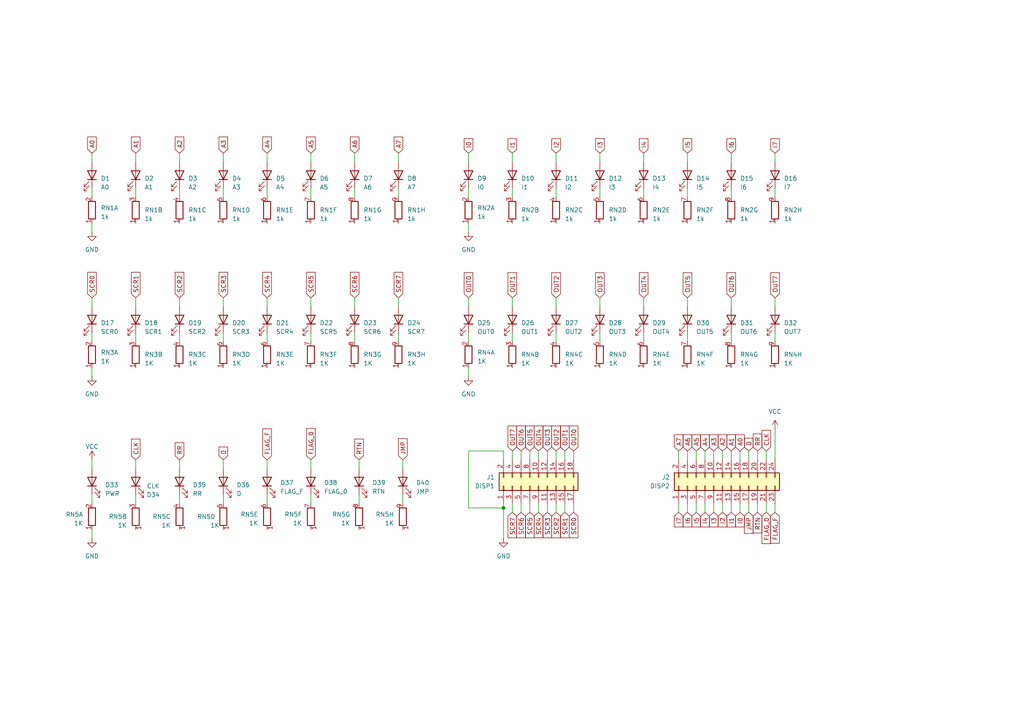
<source format=kicad_sch>
(kicad_sch (version 20231120) (generator "eeschema") (generator_version "8.0")
  (paper "A4")
  (lib_symbols
    (symbol "Connector_Generic:Conn_02x09_Odd_Even" (pin_names (offset 1.016) hide)
      (property "Reference" "J" (at 1.27 12.7 0))
      (property "Value" "Conn_02x09_Odd_Even" (at 1.27 -12.7 0))
      (symbol "Conn_02x09_Odd_Even_1_1"
        (rectangle (start -1.27 -10.033) (end 0 -10.287) (stroke (width 0.1524)))
        (rectangle (start -1.27 -7.493) (end 0 -7.747) (stroke (width 0.1524)))
        (rectangle (start -1.27 -4.953) (end 0 -5.207) (stroke (width 0.1524)))
        (rectangle (start -1.27 -2.413) (end 0 -2.667) (stroke (width 0.1524)))
        (rectangle (start -1.27 0.127) (end 0 -0.127) (stroke (width 0.1524)))
        (rectangle (start -1.27 2.667) (end 0 2.413) (stroke (width 0.1524)))
        (rectangle (start -1.27 5.207) (end 0 4.953) (stroke (width 0.1524)))
        (rectangle (start -1.27 7.747) (end 0 7.493) (stroke (width 0.1524)))
        (rectangle (start -1.27 10.287) (end 0 10.033) (stroke (width 0.1524)))
        (rectangle (start -1.27 11.43) (end 3.81 -11.43) (stroke (width 0.254)) (fill (type background)))
        (rectangle (start 3.81 -10.033) (end 2.54 -10.287) (stroke (width 0.1524)))
        (rectangle (start 3.81 -7.493) (end 2.54 -7.747) (stroke (width 0.1524)))
        (rectangle (start 3.81 -4.953) (end 2.54 -5.207) (stroke (width 0.1524)))
        (rectangle (start 3.81 -2.413) (end 2.54 -2.667) (stroke (width 0.1524)))
        (rectangle (start 3.81 0.127) (end 2.54 -0.127) (stroke (width 0.1524)))
        (rectangle (start 3.81 2.667) (end 2.54 2.413) (stroke (width 0.1524)))
        (rectangle (start 3.81 5.207) (end 2.54 4.953) (stroke (width 0.1524)))
        (rectangle (start 3.81 7.747) (end 2.54 7.493) (stroke (width 0.1524)))
        (rectangle (start 3.81 10.287) (end 2.54 10.033) (stroke (width 0.1524)))
        (pin passive line (at -5.08 10.16 0) (length 3.81) (name "Pin_1") (number "1"))
        (pin passive line (at 7.62 0 180) (length 3.81) (name "Pin_10") (number "10"))
        (pin passive line (at -5.08 -2.54 0) (length 3.81) (name "Pin_11") (number "11"))
        (pin passive line (at 7.62 -2.54 180) (length 3.81) (name "Pin_12") (number "12"))
        (pin passive line (at -5.08 -5.08 0) (length 3.81) (name "Pin_13") (number "13"))
        (pin passive line (at 7.62 -5.08 180) (length 3.81) (name "Pin_14") (number "14"))
        (pin passive line (at -5.08 -7.62 0) (length 3.81) (name "Pin_15") (number "15"))
        (pin passive line (at 7.62 -7.62 180) (length 3.81) (name "Pin_16") (number "16"))
        (pin passive line (at -5.08 -10.16 0) (length 3.81) (name "Pin_17") (number "17"))
        (pin passive line (at 7.62 -10.16 180) (length 3.81) (name "Pin_18") (number "18"))
        (pin passive line (at 7.62 10.16 180) (length 3.81) (name "Pin_2") (number "2"))
        (pin passive line (at -5.08 7.62 0) (length 3.81) (name "Pin_3") (number "3"))
        (pin passive line (at 7.62 7.62 180) (length 3.81) (name "Pin_4") (number "4"))
        (pin passive line (at -5.08 5.08 0) (length 3.81) (name "Pin_5") (number "5"))
        (pin passive line (at 7.62 5.08 180) (length 3.81) (name "Pin_6") (number "6"))
        (pin passive line (at -5.08 2.54 0) (length 3.81) (name "Pin_7") (number "7"))
        (pin passive line (at 7.62 2.54 180) (length 3.81) (name "Pin_8") (number "8"))
        (pin passive line (at -5.08 0 0) (length 3.81) (name "Pin_9") (number "9"))
      )
    )
    (symbol "Connector_Generic:Conn_02x12_Odd_Even" (pin_names (offset 1.016) hide)
      (property "Reference" "J" (at 1.27 15.24 0))
      (property "Value" "Conn_02x12_Odd_Even" (at 1.27 -17.78 0))
      (symbol "Conn_02x12_Odd_Even_1_1"
        (rectangle (start -1.27 -15.113) (end 0 -15.367) (stroke (width 0.1524)))
        (rectangle (start -1.27 -12.573) (end 0 -12.827) (stroke (width 0.1524)))
        (rectangle (start -1.27 -10.033) (end 0 -10.287) (stroke (width 0.1524)))
        (rectangle (start -1.27 -7.493) (end 0 -7.747) (stroke (width 0.1524)))
        (rectangle (start -1.27 -4.953) (end 0 -5.207) (stroke (width 0.1524)))
        (rectangle (start -1.27 -2.413) (end 0 -2.667) (stroke (width 0.1524)))
        (rectangle (start -1.27 0.127) (end 0 -0.127) (stroke (width 0.1524)))
        (rectangle (start -1.27 2.667) (end 0 2.413) (stroke (width 0.1524)))
        (rectangle (start -1.27 5.207) (end 0 4.953) (stroke (width 0.1524)))
        (rectangle (start -1.27 7.747) (end 0 7.493) (stroke (width 0.1524)))
        (rectangle (start -1.27 10.287) (end 0 10.033) (stroke (width 0.1524)))
        (rectangle (start -1.27 12.827) (end 0 12.573) (stroke (width 0.1524)))
        (rectangle (start -1.27 13.97) (end 3.81 -16.51) (stroke (width 0.254)) (fill (type background)))
        (rectangle (start 3.81 -15.113) (end 2.54 -15.367) (stroke (width 0.1524)))
        (rectangle (start 3.81 -12.573) (end 2.54 -12.827) (stroke (width 0.1524)))
        (rectangle (start 3.81 -10.033) (end 2.54 -10.287) (stroke (width 0.1524)))
        (rectangle (start 3.81 -7.493) (end 2.54 -7.747) (stroke (width 0.1524)))
        (rectangle (start 3.81 -4.953) (end 2.54 -5.207) (stroke (width 0.1524)))
        (rectangle (start 3.81 -2.413) (end 2.54 -2.667) (stroke (width 0.1524)))
        (rectangle (start 3.81 0.127) (end 2.54 -0.127) (stroke (width 0.1524)))
        (rectangle (start 3.81 2.667) (end 2.54 2.413) (stroke (width 0.1524)))
        (rectangle (start 3.81 5.207) (end 2.54 4.953) (stroke (width 0.1524)))
        (rectangle (start 3.81 7.747) (end 2.54 7.493) (stroke (width 0.1524)))
        (rectangle (start 3.81 10.287) (end 2.54 10.033) (stroke (width 0.1524)))
        (rectangle (start 3.81 12.827) (end 2.54 12.573) (stroke (width 0.1524)))
        (pin passive line (at -5.08 12.7 0) (length 3.81) (name "Pin_1") (number "1"))
        (pin passive line (at 7.62 2.54 180) (length 3.81) (name "Pin_10") (number "10"))
        (pin passive line (at -5.08 0 0) (length 3.81) (name "Pin_11") (number "11"))
        (pin passive line (at 7.62 0 180) (length 3.81) (name "Pin_12") (number "12"))
        (pin passive line (at -5.08 -2.54 0) (length 3.81) (name "Pin_13") (number "13"))
        (pin passive line (at 7.62 -2.54 180) (length 3.81) (name "Pin_14") (number "14"))
        (pin passive line (at -5.08 -5.08 0) (length 3.81) (name "Pin_15") (number "15"))
        (pin passive line (at 7.62 -5.08 180) (length 3.81) (name "Pin_16") (number "16"))
        (pin passive line (at -5.08 -7.62 0) (length 3.81) (name "Pin_17") (number "17"))
        (pin passive line (at 7.62 -7.62 180) (length 3.81) (name "Pin_18") (number "18"))
        (pin passive line (at -5.08 -10.16 0) (length 3.81) (name "Pin_19") (number "19"))
        (pin passive line (at 7.62 12.7 180) (length 3.81) (name "Pin_2") (number "2"))
        (pin passive line (at 7.62 -10.16 180) (length 3.81) (name "Pin_20") (number "20"))
        (pin passive line (at -5.08 -12.7 0) (length 3.81) (name "Pin_21") (number "21"))
        (pin passive line (at 7.62 -12.7 180) (length 3.81) (name "Pin_22") (number "22"))
        (pin passive line (at -5.08 -15.24 0) (length 3.81) (name "Pin_23") (number "23"))
        (pin passive line (at 7.62 -15.24 180) (length 3.81) (name "Pin_24") (number "24"))
        (pin passive line (at -5.08 10.16 0) (length 3.81) (name "Pin_3") (number "3"))
        (pin passive line (at 7.62 10.16 180) (length 3.81) (name "Pin_4") (number "4"))
        (pin passive line (at -5.08 7.62 0) (length 3.81) (name "Pin_5") (number "5"))
        (pin passive line (at 7.62 7.62 180) (length 3.81) (name "Pin_6") (number "6"))
        (pin passive line (at -5.08 5.08 0) (length 3.81) (name "Pin_7") (number "7"))
        (pin passive line (at 7.62 5.08 180) (length 3.81) (name "Pin_8") (number "8"))
        (pin passive line (at -5.08 2.54 0) (length 3.81) (name "Pin_9") (number "9"))
      )
    )
    (symbol "Device:LED" (pin_numbers hide) (pin_names (offset 1.016) hide)
      (property "Reference" "D" (at 0 2.54 0))
      (property "Value" "LED" (at 0 -2.54 0))
      (symbol "LED_0_1"
        (polyline (pts (xy -1.27 -1.27) (xy -1.27 1.27)) (stroke (width 0.254)))
        (polyline (pts (xy -1.27 0) (xy 1.27 0)))
        (polyline (pts (xy 1.27 -1.27) (xy 1.27 1.27) (xy -1.27 0) (xy 1.27 -1.27)) (stroke (width 0.254)))
        (polyline (pts (xy -3.048 -0.762) (xy -4.572 -2.286) (xy -3.81 -2.286) (xy -4.572 -2.286) (xy -4.572 -1.524)))
        (polyline (pts (xy -1.778 -0.762) (xy -3.302 -2.286) (xy -2.54 -2.286) (xy -3.302 -2.286) (xy -3.302 -1.524)))
      )
      (symbol "LED_1_1"
        (pin passive line (at -3.81 0 0) (length 2.54) (name "K") (number "1"))
        (pin passive line (at 3.81 0 180) (length 2.54) (name "A") (number "2"))
      )
    )
    (symbol "Device:R_Network08_Split" (pin_names (offset 0) hide)
      (property "Reference" "RN" (at 2.032 0 90))
      (property "Value" "R_Network08_Split" (at 0 0 90))
      (symbol "R_Network08_Split_0_1"
        (rectangle (start 1.016 2.54) (end -1.016 -2.54) (stroke (width 0.254)))
      )
      (symbol "R_Network08_Split_1_1"
        (pin passive line (at 0 3.81 270) (length 1.27) (name "R1.1") (number "1"))
        (pin passive line (at 0 -3.81 90) (length 1.27) (name "R1.2") (number "2"))
      )
      (symbol "R_Network08_Split_2_1"
        (polyline (pts (xy 0 2.54) (xy 0 3.81)))
        (text "1" (at 0.889 3.175 900) (effects (font (size 1.27 1.27))))
        (pin passive line (at 0 -3.81 90) (length 1.27) (name "R2.2") (number "3"))
      )
      (symbol "R_Network08_Split_3_1"
        (polyline (pts (xy 0 2.54) (xy 0 3.81)))
        (text "1" (at 0.889 3.175 900) (effects (font (size 1.27 1.27))))
        (pin passive line (at 0 -3.81 90) (length 1.27) (name "R3.2") (number "4"))
      )
      (symbol "R_Network08_Split_4_1"
        (polyline (pts (xy 0 2.54) (xy 0 3.81)))
        (text "1" (at 0.889 3.175 900) (effects (font (size 1.27 1.27))))
        (pin passive line (at 0 -3.81 90) (length 1.27) (name "R4.2") (number "5"))
      )
      (symbol "R_Network08_Split_5_1"
        (polyline (pts (xy 0 2.54) (xy 0 3.81)))
        (text "1" (at 0.889 3.175 900) (effects (font (size 1.27 1.27))))
        (pin passive line (at 0 -3.81 90) (length 1.27) (name "R5.2") (number "6"))
      )
      (symbol "R_Network08_Split_6_1"
        (polyline (pts (xy 0 2.54) (xy 0 3.81)))
        (text "1" (at 0.889 3.175 900) (effects (font (size 1.27 1.27))))
        (pin passive line (at 0 -3.81 90) (length 1.27) (name "R6.2") (number "7"))
      )
      (symbol "R_Network08_Split_7_1"
        (polyline (pts (xy 0 2.54) (xy 0 3.81)))
        (text "1" (at 0.889 3.175 900) (effects (font (size 1.27 1.27))))
        (pin passive line (at 0 -3.81 90) (length 1.27) (name "R7.2") (number "8"))
      )
      (symbol "R_Network08_Split_8_1"
        (polyline (pts (xy 0 2.54) (xy 0 3.81)))
        (text "1" (at 0.889 3.175 900) (effects (font (size 1.27 1.27))))
        (pin passive line (at 0 -3.81 90) (length 1.27) (name "R8.2") (number "9"))
      )
    )
    (symbol "GND_1" (power) (pin_numbers hide) (pin_names (offset 0) hide)
      (property "Value" "GND" (at 0 -3.81 0))
      (symbol "GND_1_0_1"
        (polyline (pts (xy 0 0) (xy 0 -1.27) (xy 1.27 -1.27) (xy 0 -2.54) (xy -1.27 -1.27) (xy 0 -1.27)))
      )
      (symbol "GND_1_1_1"
        (pin power_in line (at 0 0 270) (length 0) (name "~") (number "1"))
      )
    )
    (symbol "VCC_1" (power) (pin_numbers hide) (pin_names (offset 0) hide)
      (property "Value" "VCC" (at 0 3.556 0))
      (symbol "VCC_1_0_1"
        (polyline (pts (xy -0.762 1.27) (xy 0 2.54)))
        (polyline (pts (xy 0 0) (xy 0 2.54)))
        (polyline (pts (xy 0 2.54) (xy 0.762 1.27)))
      )
      (symbol "VCC_1_1_1"
        (pin power_in line (at 0 0 90) (length 0) (name "~") (number "1"))
      )
    )
    (symbol "power:GND" (power) (pin_names (offset 0))
      (property "Value" "GND" (at 0 -3.81 0))
      (symbol "GND_0_1"
        (polyline (pts (xy 0 0) (xy 0 -1.27) (xy 1.27 -1.27) (xy 0 -2.54) (xy -1.27 -1.27) (xy 0 -1.27)))
      )
      (symbol "GND_1_1"
        (pin power_in line (at 0 0 270) (length 0) hide (name "GND") (number "1"))
      )
    )
    (symbol "power:VCC" (power) (pin_names (offset 0))
      (property "Value" "VCC" (at 0 3.81 0))
      (symbol "VCC_0_1"
        (polyline (pts (xy -0.762 1.27) (xy 0 2.54)))
        (polyline (pts (xy 0 0) (xy 0 2.54)))
        (polyline (pts (xy 0 2.54) (xy 0.762 1.27)))
      )
      (symbol "VCC_1_1"
        (pin power_in line (at 0 0 90) (length 0) hide (name "VCC") (number "1"))
      )
    )
  )
  (junction (at 146.05 147.32))
  (wire (pts (xy 52.07 133.35) (xy 52.07 135.89)))
  (wire (pts (xy 26.67 99.06) (xy 26.67 96.52)))
  (wire (pts (xy 90.17 46.99) (xy 90.17 44.45)))
  (wire (pts (xy 102.87 57.15) (xy 102.87 54.61)))
  (wire (pts (xy 219.71 148.59) (xy 219.71 146.05)))
  (wire (pts (xy 104.14 146.05) (xy 104.14 143.51)))
  (wire (pts (xy 64.77 46.99) (xy 64.77 44.45)))
  (wire (pts (xy 212.09 46.99) (xy 212.09 44.45)))
  (wire (pts (xy 148.59 130.81) (xy 148.59 133.35)))
  (wire (pts (xy 224.79 88.9) (xy 224.79 86.36)))
  (wire (pts (xy 199.39 57.15) (xy 199.39 54.61)))
  (wire (pts (xy 173.99 88.9) (xy 173.99 86.36)))
  (wire (pts (xy 146.05 130.81) (xy 135.89 130.81)))
  (wire (pts (xy 212.09 57.15) (xy 212.09 54.61)))
  (wire (pts (xy 52.07 146.05) (xy 52.07 143.51)))
  (wire (pts (xy 115.57 86.36) (xy 115.57 88.9)))
  (wire (pts (xy 102.87 46.99) (xy 102.87 44.45)))
  (wire (pts (xy 224.79 57.15) (xy 224.79 54.61)))
  (wire (pts (xy 204.47 130.81) (xy 204.47 133.35)))
  (wire (pts (xy 64.77 88.9) (xy 64.77 86.36)))
  (wire (pts (xy 52.07 57.15) (xy 52.07 54.61)))
  (wire (pts (xy 102.87 88.9) (xy 102.87 86.36)))
  (wire (pts (xy 199.39 99.06) (xy 199.39 96.52)))
  (wire (pts (xy 161.29 88.9) (xy 161.29 86.36)))
  (wire (pts (xy 90.17 99.06) (xy 90.17 96.52)))
  (wire (pts (xy 158.75 130.81) (xy 158.75 133.35)))
  (wire (pts (xy 163.83 130.81) (xy 163.83 133.35)))
  (wire (pts (xy 77.47 57.15) (xy 77.47 54.61)))
  (wire (pts (xy 173.99 46.99) (xy 173.99 44.45)))
  (wire (pts (xy 196.85 146.05) (xy 196.85 148.59)))
  (wire (pts (xy 166.37 146.05) (xy 166.37 148.59)))
  (wire (pts (xy 212.09 99.06) (xy 212.09 96.52)))
  (wire (pts (xy 163.83 146.05) (xy 163.83 148.59)))
  (wire (pts (xy 135.89 109.22) (xy 135.89 106.68)))
  (wire (pts (xy 186.69 99.06) (xy 186.69 96.52)))
  (wire (pts (xy 64.77 99.06) (xy 64.77 96.52)))
  (wire (pts (xy 186.69 88.9) (xy 186.69 86.36)))
  (wire (pts (xy 201.93 130.81) (xy 201.93 133.35)))
  (wire (pts (xy 26.67 67.31) (xy 26.67 64.77)))
  (wire (pts (xy 135.89 88.9) (xy 135.89 86.36)))
  (wire (pts (xy 212.09 130.81) (xy 212.09 133.35)))
  (wire (pts (xy 222.25 130.81) (xy 222.25 133.35)))
  (wire (pts (xy 199.39 46.99) (xy 199.39 44.45)))
  (wire (pts (xy 148.59 57.15) (xy 148.59 54.61)))
  (wire (pts (xy 153.67 146.05) (xy 153.67 148.59)))
  (wire (pts (xy 26.67 153.67) (xy 26.67 156.21)))
  (wire (pts (xy 39.37 99.06) (xy 39.37 96.52)))
  (wire (pts (xy 148.59 88.9) (xy 148.59 86.36)))
  (wire (pts (xy 39.37 146.05) (xy 39.37 143.51)))
  (wire (pts (xy 146.05 133.35) (xy 146.05 130.81)))
  (wire (pts (xy 209.55 146.05) (xy 209.55 148.59)))
  (wire (pts (xy 146.05 147.32) (xy 146.05 156.21)))
  (wire (pts (xy 26.67 57.15) (xy 26.67 54.61)))
  (wire (pts (xy 115.57 57.15) (xy 115.57 54.61)))
  (wire (pts (xy 207.01 130.81) (xy 207.01 133.35)))
  (wire (pts (xy 116.84 146.05) (xy 116.84 143.51)))
  (wire (pts (xy 77.47 88.9) (xy 77.47 86.36)))
  (wire (pts (xy 161.29 130.81) (xy 161.29 133.35)))
  (wire (pts (xy 135.89 99.06) (xy 135.89 96.52)))
  (wire (pts (xy 52.07 99.06) (xy 52.07 96.52)))
  (wire (pts (xy 39.37 57.15) (xy 39.37 54.61)))
  (wire (pts (xy 148.59 99.06) (xy 148.59 96.52)))
  (wire (pts (xy 135.89 67.31) (xy 135.89 64.77)))
  (wire (pts (xy 77.47 99.06) (xy 77.47 96.52)))
  (wire (pts (xy 77.47 135.89) (xy 77.47 133.35)))
  (wire (pts (xy 52.07 46.99) (xy 52.07 44.45)))
  (wire (pts (xy 77.47 146.05) (xy 77.47 143.51)))
  (wire (pts (xy 148.59 46.99) (xy 148.59 44.45)))
  (wire (pts (xy 153.67 130.81) (xy 153.67 133.35)))
  (wire (pts (xy 222.25 148.59) (xy 222.25 146.05)))
  (wire (pts (xy 90.17 146.05) (xy 90.17 143.51)))
  (wire (pts (xy 199.39 88.9) (xy 199.39 86.36)))
  (wire (pts (xy 151.13 130.81) (xy 151.13 133.35)))
  (wire (pts (xy 207.01 146.05) (xy 207.01 148.59)))
  (wire (pts (xy 224.79 124.46) (xy 224.79 133.35)))
  (wire (pts (xy 217.17 130.81) (xy 217.17 133.35)))
  (wire (pts (xy 201.93 146.05) (xy 201.93 148.59)))
  (wire (pts (xy 161.29 146.05) (xy 161.29 148.59)))
  (wire (pts (xy 204.47 146.05) (xy 204.47 148.59)))
  (wire (pts (xy 161.29 57.15) (xy 161.29 54.61)))
  (wire (pts (xy 186.69 46.99) (xy 186.69 44.45)))
  (wire (pts (xy 52.07 88.9) (xy 52.07 86.36)))
  (wire (pts (xy 26.67 46.99) (xy 26.67 44.45)))
  (wire (pts (xy 219.71 130.81) (xy 219.71 133.35)))
  (wire (pts (xy 26.67 109.22) (xy 26.67 106.68)))
  (wire (pts (xy 90.17 57.15) (xy 90.17 54.61)))
  (wire (pts (xy 209.55 130.81) (xy 209.55 133.35)))
  (wire (pts (xy 148.59 146.05) (xy 148.59 148.59)))
  (wire (pts (xy 166.37 130.81) (xy 166.37 133.35)))
  (wire (pts (xy 102.87 99.06) (xy 102.87 96.52)))
  (wire (pts (xy 146.05 146.05) (xy 146.05 147.32)))
  (wire (pts (xy 90.17 135.89) (xy 90.17 133.35)))
  (wire (pts (xy 135.89 57.15) (xy 135.89 54.61)))
  (wire (pts (xy 173.99 57.15) (xy 173.99 54.61)))
  (wire (pts (xy 214.63 146.05) (xy 214.63 148.59)))
  (wire (pts (xy 64.77 57.15) (xy 64.77 54.61)))
  (wire (pts (xy 212.09 146.05) (xy 212.09 148.59)))
  (wire (pts (xy 115.57 99.06) (xy 115.57 96.52)))
  (wire (pts (xy 199.39 146.05) (xy 199.39 148.59)))
  (wire (pts (xy 156.21 146.05) (xy 156.21 148.59)))
  (wire (pts (xy 77.47 46.99) (xy 77.47 44.45)))
  (wire (pts (xy 26.67 146.05) (xy 26.67 143.51)))
  (wire (pts (xy 135.89 46.99) (xy 135.89 44.45)))
  (wire (pts (xy 39.37 46.99) (xy 39.37 44.45)))
  (wire (pts (xy 116.84 135.89) (xy 116.84 133.35)))
  (wire (pts (xy 224.79 46.99) (xy 224.79 44.45)))
  (wire (pts (xy 186.69 57.15) (xy 186.69 54.61)))
  (wire (pts (xy 158.75 146.05) (xy 158.75 148.59)))
  (wire (pts (xy 173.99 99.06) (xy 173.99 96.52)))
  (wire (pts (xy 39.37 133.35) (xy 39.37 135.89)))
  (wire (pts (xy 151.13 146.05) (xy 151.13 148.59)))
  (wire (pts (xy 199.39 130.81) (xy 199.39 133.35)))
  (wire (pts (xy 26.67 135.89) (xy 26.67 133.35)))
  (wire (pts (xy 161.29 99.06) (xy 161.29 96.52)))
  (wire (pts (xy 115.57 46.99) (xy 115.57 44.45)))
  (wire (pts (xy 64.77 146.05) (xy 64.77 143.51)))
  (wire (pts (xy 104.14 135.89) (xy 104.14 133.35)))
  (wire (pts (xy 135.89 147.32) (xy 146.05 147.32)))
  (wire (pts (xy 26.67 88.9) (xy 26.67 86.36)))
  (wire (pts (xy 39.37 88.9) (xy 39.37 86.36)))
  (wire (pts (xy 212.09 88.9) (xy 212.09 86.36)))
  (wire (pts (xy 90.17 88.9) (xy 90.17 86.36)))
  (wire (pts (xy 156.21 130.81) (xy 156.21 133.35)))
  (wire (pts (xy 224.79 148.59) (xy 224.79 146.05)))
  (wire (pts (xy 64.77 133.35) (xy 64.77 135.89)))
  (wire (pts (xy 161.29 46.99) (xy 161.29 44.45)))
  (wire (pts (xy 224.79 99.06) (xy 224.79 96.52)))
  (wire (pts (xy 217.17 148.59) (xy 217.17 146.05)))
  (wire (pts (xy 214.63 130.81) (xy 214.63 133.35)))
  (wire (pts (xy 135.89 130.81) (xy 135.89 147.32)))
  (wire (pts (xy 196.85 130.81) (xy 196.85 133.35)))
  (global_label "A7" (shape input) (at 115.57 44.45 90) (property "Intersheetrefs" "${INTERSHEET_REFS}" (effects (hide yes))))
  (global_label "I3" (shape input) (at 207.01 148.59 270) (property "Intersheetrefs" "${INTERSHEET_REFS}" (effects (hide yes))))
  (global_label "SCR1" (shape input) (at 39.37 86.36 90) (property "Intersheetrefs" "${INTERSHEET_REFS}" (effects (hide yes))))
  (global_label "RTN" (shape input) (at 219.71 148.59 270) (property "Intersheetrefs" "${INTERSHEET_REFS}" (effects (hide yes))))
  (global_label "SCR3" (shape input) (at 64.77 86.36 90) (property "Intersheetrefs" "${INTERSHEET_REFS}" (effects (hide yes))))
  (global_label "A1" (shape input) (at 39.37 44.45 90) (property "Intersheetrefs" "${INTERSHEET_REFS}" (effects (hide yes))))
  (global_label "CLK" (shape input) (at 222.25 130.81 90) (property "Intersheetrefs" "${INTERSHEET_REFS}" (effects (hide yes))))
  (global_label "SCR5" (shape input) (at 90.17 86.36 90) (property "Intersheetrefs" "${INTERSHEET_REFS}" (effects (hide yes))))
  (global_label "RR" (shape input) (at 52.07 133.35 90) (property "Intersheetrefs" "${INTERSHEET_REFS}" (effects (hide yes))))
  (global_label "FLAG_0" (shape input) (at 222.25 148.59 270) (property "Intersheetrefs" "${INTERSHEET_REFS}" (effects (hide yes))))
  (global_label "A6" (shape input) (at 199.39 130.81 90) (property "Intersheetrefs" "${INTERSHEET_REFS}" (effects (hide yes))))
  (global_label "A0" (shape input) (at 26.67 44.45 90) (property "Intersheetrefs" "${INTERSHEET_REFS}" (effects (hide yes))))
  (global_label "OUT0" (shape input) (at 135.89 86.36 90) (property "Intersheetrefs" "${INTERSHEET_REFS}" (effects (hide yes))))
  (global_label "CLK" (shape input) (at 39.37 133.35 90) (property "Intersheetrefs" "${INTERSHEET_REFS}" (effects (hide yes))))
  (global_label "I0" (shape input) (at 135.89 44.45 90) (property "Intersheetrefs" "${INTERSHEET_REFS}" (effects (hide yes))))
  (global_label "I5" (shape input) (at 201.93 148.59 270) (property "Intersheetrefs" "${INTERSHEET_REFS}" (effects (hide yes))))
  (global_label "SCR6" (shape input) (at 151.13 148.59 270) (property "Intersheetrefs" "${INTERSHEET_REFS}" (effects (hide yes))))
  (global_label "SCR0" (shape input) (at 166.37 148.59 270) (property "Intersheetrefs" "${INTERSHEET_REFS}" (effects (hide yes))))
  (global_label "OUT1" (shape input) (at 148.59 86.36 90) (property "Intersheetrefs" "${INTERSHEET_REFS}" (effects (hide yes))))
  (global_label "I7" (shape input) (at 224.79 44.45 90) (property "Intersheetrefs" "${INTERSHEET_REFS}" (effects (hide yes))))
  (global_label "FLAG_F" (shape input) (at 77.47 133.35 90) (property "Intersheetrefs" "${INTERSHEET_REFS}" (effects (hide yes))))
  (global_label "OUT4" (shape input) (at 186.69 86.36 90) (property "Intersheetrefs" "${INTERSHEET_REFS}" (effects (hide yes))))
  (global_label "A2" (shape input) (at 209.55 130.81 90) (property "Intersheetrefs" "${INTERSHEET_REFS}" (effects (hide yes))))
  (global_label "OUT7" (shape input) (at 148.59 130.81 90) (property "Intersheetrefs" "${INTERSHEET_REFS}" (effects (hide yes))))
  (global_label "RTN" (shape input) (at 104.14 133.35 90) (property "Intersheetrefs" "${INTERSHEET_REFS}" (effects (hide yes))))
  (global_label "SCR0" (shape input) (at 26.67 86.36 90) (property "Intersheetrefs" "${INTERSHEET_REFS}" (effects (hide yes))))
  (global_label "I2" (shape input) (at 161.29 44.45 90) (property "Intersheetrefs" "${INTERSHEET_REFS}" (effects (hide yes))))
  (global_label "OUT4" (shape input) (at 156.21 130.81 90) (property "Intersheetrefs" "${INTERSHEET_REFS}" (effects (hide yes))))
  (global_label "A4" (shape input) (at 204.47 130.81 90) (property "Intersheetrefs" "${INTERSHEET_REFS}" (effects (hide yes))))
  (global_label "OUT0" (shape input) (at 166.37 130.81 90) (property "Intersheetrefs" "${INTERSHEET_REFS}" (effects (hide yes))))
  (global_label "FLAG_F" (shape input) (at 224.79 148.59 270) (property "Intersheetrefs" "${INTERSHEET_REFS}" (effects (hide yes))))
  (global_label "JMP" (shape input) (at 217.17 148.59 270) (property "Intersheetrefs" "${INTERSHEET_REFS}" (effects (hide yes))))
  (global_label "RR" (shape input) (at 219.71 130.81 90) (property "Intersheetrefs" "${INTERSHEET_REFS}" (effects (hide yes))))
  (global_label "I2" (shape input) (at 209.55 148.59 270) (property "Intersheetrefs" "${INTERSHEET_REFS}" (effects (hide yes))))
  (global_label "A3" (shape input) (at 64.77 44.45 90) (property "Intersheetrefs" "${INTERSHEET_REFS}" (effects (hide yes))))
  (global_label "I4" (shape input) (at 186.69 44.45 90) (property "Intersheetrefs" "${INTERSHEET_REFS}" (effects (hide yes))))
  (global_label "OUT6" (shape input) (at 212.09 86.36 90) (property "Intersheetrefs" "${INTERSHEET_REFS}" (effects (hide yes))))
  (global_label "OUT2" (shape input) (at 161.29 130.81 90) (property "Intersheetrefs" "${INTERSHEET_REFS}" (effects (hide yes))))
  (global_label "A5" (shape input) (at 90.17 44.45 90) (property "Intersheetrefs" "${INTERSHEET_REFS}" (effects (hide yes))))
  (global_label "OUT1" (shape input) (at 163.83 130.81 90) (property "Intersheetrefs" "${INTERSHEET_REFS}" (effects (hide yes))))
  (global_label "D" (shape input) (at 217.17 130.81 90) (property "Intersheetrefs" "${INTERSHEET_REFS}" (effects (hide yes))))
  (global_label "A3" (shape input) (at 207.01 130.81 90) (property "Intersheetrefs" "${INTERSHEET_REFS}" (effects (hide yes))))
  (global_label "A6" (shape input) (at 102.87 44.45 90) (property "Intersheetrefs" "${INTERSHEET_REFS}" (effects (hide yes))))
  (global_label "OUT3" (shape input) (at 158.75 130.81 90) (property "Intersheetrefs" "${INTERSHEET_REFS}" (effects (hide yes))))
  (global_label "D" (shape input) (at 64.77 133.35 90) (property "Intersheetrefs" "${INTERSHEET_REFS}" (effects (hide yes))))
  (global_label "I6" (shape input) (at 199.39 148.59 270) (property "Intersheetrefs" "${INTERSHEET_REFS}" (effects (hide yes))))
  (global_label "SCR1" (shape input) (at 163.83 148.59 270) (property "Intersheetrefs" "${INTERSHEET_REFS}" (effects (hide yes))))
  (global_label "SCR5" (shape input) (at 153.67 148.59 270) (property "Intersheetrefs" "${INTERSHEET_REFS}" (effects (hide yes))))
  (global_label "OUT6" (shape input) (at 151.13 130.81 90) (property "Intersheetrefs" "${INTERSHEET_REFS}" (effects (hide yes))))
  (global_label "A7" (shape input) (at 196.85 130.81 90) (property "Intersheetrefs" "${INTERSHEET_REFS}" (effects (hide yes))))
  (global_label "I1" (shape input) (at 148.59 44.45 90) (property "Intersheetrefs" "${INTERSHEET_REFS}" (effects (hide yes))))
  (global_label "OUT7" (shape input) (at 224.79 86.36 90) (property "Intersheetrefs" "${INTERSHEET_REFS}" (effects (hide yes))))
  (global_label "I3" (shape input) (at 173.99 44.45 90) (property "Intersheetrefs" "${INTERSHEET_REFS}" (effects (hide yes))))
  (global_label "I7" (shape input) (at 196.85 148.59 270) (property "Intersheetrefs" "${INTERSHEET_REFS}" (effects (hide yes))))
  (global_label "I0" (shape input) (at 214.63 148.59 270) (property "Intersheetrefs" "${INTERSHEET_REFS}" (effects (hide yes))))
  (global_label "SCR4" (shape input) (at 77.47 86.36 90) (property "Intersheetrefs" "${INTERSHEET_REFS}" (effects (hide yes))))
  (global_label "SCR4" (shape input) (at 156.21 148.59 270) (property "Intersheetrefs" "${INTERSHEET_REFS}" (effects (hide yes))))
  (global_label "A1" (shape input) (at 212.09 130.81 90) (property "Intersheetrefs" "${INTERSHEET_REFS}" (effects (hide yes))))
  (global_label "SCR7" (shape input) (at 115.57 86.36 90) (property "Intersheetrefs" "${INTERSHEET_REFS}" (effects (hide yes))))
  (global_label "A5" (shape input) (at 201.93 130.81 90) (property "Intersheetrefs" "${INTERSHEET_REFS}" (effects (hide yes))))
  (global_label "A2" (shape input) (at 52.07 44.45 90) (property "Intersheetrefs" "${INTERSHEET_REFS}" (effects (hide yes))))
  (global_label "SCR2" (shape input) (at 161.29 148.59 270) (property "Intersheetrefs" "${INTERSHEET_REFS}" (effects (hide yes))))
  (global_label "FLAG_0" (shape input) (at 90.17 133.35 90) (property "Intersheetrefs" "${INTERSHEET_REFS}" (effects (hide yes))))
  (global_label "I4" (shape input) (at 204.47 148.59 270) (property "Intersheetrefs" "${INTERSHEET_REFS}" (effects (hide yes))))
  (global_label "SCR6" (shape input) (at 102.87 86.36 90) (property "Intersheetrefs" "${INTERSHEET_REFS}" (effects (hide yes))))
  (global_label "I1" (shape input) (at 212.09 148.59 270) (property "Intersheetrefs" "${INTERSHEET_REFS}" (effects (hide yes))))
  (global_label "SCR3" (shape input) (at 158.75 148.59 270) (property "Intersheetrefs" "${INTERSHEET_REFS}" (effects (hide yes))))
  (global_label "I5" (shape input) (at 199.39 44.45 90) (property "Intersheetrefs" "${INTERSHEET_REFS}" (effects (hide yes))))
  (global_label "JMP" (shape input) (at 116.84 133.35 90) (property "Intersheetrefs" "${INTERSHEET_REFS}" (effects (hide yes))))
  (global_label "A4" (shape input) (at 77.47 44.45 90) (property "Intersheetrefs" "${INTERSHEET_REFS}" (effects (hide yes))))
  (global_label "SCR2" (shape input) (at 52.07 86.36 90) (property "Intersheetrefs" "${INTERSHEET_REFS}" (effects (hide yes))))
  (global_label "OUT3" (shape input) (at 173.99 86.36 90) (property "Intersheetrefs" "${INTERSHEET_REFS}" (effects (hide yes))))
  (global_label "OUT2" (shape input) (at 161.29 86.36 90) (property "Intersheetrefs" "${INTERSHEET_REFS}" (effects (hide yes))))
  (global_label "I6" (shape input) (at 212.09 44.45 90) (property "Intersheetrefs" "${INTERSHEET_REFS}" (effects (hide yes))))
  (global_label "A0" (shape input) (at 214.63 130.81 90) (property "Intersheetrefs" "${INTERSHEET_REFS}" (effects (hide yes))))
  (global_label "SCR7" (shape input) (at 148.59 148.59 270) (property "Intersheetrefs" "${INTERSHEET_REFS}" (effects (hide yes))))
  (global_label "OUT5" (shape input) (at 153.67 130.81 90) (property "Intersheetrefs" "${INTERSHEET_REFS}" (effects (hide yes))))
  (global_label "OUT5" (shape input) (at 199.39 86.36 90) (property "Intersheetrefs" "${INTERSHEET_REFS}" (effects (hide yes))))
  (symbol (lib_id "Device:LED") (at 173.99 50.8 270) (mirror x) (unit 1)
    (property "Reference" "D12" (at 176.53 51.7525 90) (effects (justify left)))
    (property "Value" "I3" (at 176.53 54.2925 90) (effects (justify left)))
    (property "Footprint" "LED_THT:LED_D5.0mm" (effects (hide yes)))
  )
  (symbol (lib_id "Device:R_Network08_Split") (at 64.77 102.87 180) (unit 4)
    (property "Reference" "RN3" (at 67.31 102.8271 0) (effects (justify right)))
    (property "Value" "1K" (at 67.31 105.3671 0) (effects (justify right)))
    (property "Footprint" "Resistor_THT:R_Array_SIP9" (effects (hide yes)))
    (property "Datasheet" "http://www.vishay.com/docs/31509/csc.pdf" (effects (hide yes)))
  )
  (symbol (lib_id "Device:R_Network08_Split") (at 212.09 102.87 180) (unit 7)
    (property "Reference" "RN4" (at 214.63 102.8271 0) (effects (justify right)))
    (property "Value" "1K" (at 214.63 105.3671 0) (effects (justify right)))
    (property "Footprint" "Resistor_THT:R_Array_SIP9" (effects (hide yes)))
    (property "Datasheet" "http://www.vishay.com/docs/31509/csc.pdf" (effects (hide yes)))
  )
  (symbol (lib_id "Device:R_Network08_Split") (at 224.79 102.87 180) (unit 8)
    (property "Reference" "RN4" (at 227.33 102.8271 0) (effects (justify right)))
    (property "Value" "1K" (at 227.33 105.3671 0) (effects (justify right)))
    (property "Footprint" "Resistor_THT:R_Array_SIP9" (effects (hide yes)))
    (property "Datasheet" "http://www.vishay.com/docs/31509/csc.pdf" (effects (hide yes)))
  )
  (symbol (lib_id "Device:LED") (at 52.07 139.7 90) (unit 1)
    (property "Reference" "D35" (at 55.88 140.6525 90) (effects (justify right)))
    (property "Value" "RR" (at 55.88 143.1925 90) (effects (justify right)))
    (property "Footprint" "LED_THT:LED_D5.0mm" (effects (hide yes)))
  )
  (symbol (lib_id "Device:LED") (at 64.77 50.8 270) (mirror x) (unit 1)
    (property "Reference" "D4" (at 67.31 51.7525 90) (effects (justify left)))
    (property "Value" "A3" (at 67.31 54.2925 90) (effects (justify left)))
    (property "Footprint" "LED_THT:LED_D5.0mm" (effects (hide yes)))
  )
  (symbol (lib_id "Device:R_Network08_Split") (at 77.47 60.96 180) (unit 5)
    (property "Reference" "RN1" (at 80.01 60.9171 0) (effects (justify right)))
    (property "Value" "1k" (at 80.01 63.4571 0) (effects (justify right)))
    (property "Footprint" "Resistor_THT:R_Array_SIP9" (effects (hide yes)))
    (property "Datasheet" "http://www.vishay.com/docs/31509/csc.pdf" (effects (hide yes)))
  )
  (symbol (lib_id "Device:R_Network08_Split") (at 161.29 60.96 180) (unit 3)
    (property "Reference" "RN2" (at 163.83 60.9171 0) (effects (justify right)))
    (property "Value" "1k" (at 163.83 63.4571 0) (effects (justify right)))
    (property "Footprint" "Resistor_THT:R_Array_SIP9" (effects (hide yes)))
    (property "Datasheet" "http://www.vishay.com/docs/31509/csc.pdf" (effects (hide yes)))
  )
  (symbol (lib_id "Device:LED") (at 90.17 50.8 270) (mirror x) (unit 1)
    (property "Reference" "D6" (at 92.71 51.7525 90) (effects (justify left)))
    (property "Value" "A5" (at 92.71 54.2925 90) (effects (justify left)))
    (property "Footprint" "LED_THT:LED_D5.0mm" (effects (hide yes)))
  )
  (symbol (lib_id "power:GND") (at 135.89 109.22 0) (unit 1)
    (property "Reference" "#PWR06" (effects (hide yes)))
    (property "Value" "GND" (at 135.89 114.3 0))
  )
  (symbol (lib_id "Device:LED") (at 64.77 139.7 90) (unit 1)
    (property "Reference" "D36" (at 68.58 140.6525 90) (effects (justify right)))
    (property "Value" "D" (at 68.58 143.1925 90) (effects (justify right)))
    (property "Footprint" "LED_THT:LED_D5.0mm" (effects (hide yes)))
  )
  (symbol (lib_id "Device:R_Network08_Split") (at 115.57 102.87 180) (unit 8)
    (property "Reference" "RN3" (at 118.11 102.8271 0) (effects (justify right)))
    (property "Value" "1K" (at 118.11 105.3671 0) (effects (justify right)))
    (property "Footprint" "Resistor_THT:R_Array_SIP9" (effects (hide yes)))
    (property "Datasheet" "http://www.vishay.com/docs/31509/csc.pdf" (effects (hide yes)))
  )
  (symbol (lib_id "Device:LED") (at 77.47 50.8 270) (mirror x) (unit 1)
    (property "Reference" "D5" (at 80.01 51.7525 90) (effects (justify left)))
    (property "Value" "A4" (at 80.01 54.2925 90) (effects (justify left)))
    (property "Footprint" "LED_THT:LED_D5.0mm" (effects (hide yes)))
  )
  (symbol (lib_id "Device:LED") (at 52.07 50.8 270) (mirror x) (unit 1)
    (property "Reference" "D3" (at 54.61 51.7525 90) (effects (justify left)))
    (property "Value" "A2" (at 54.61 54.2925 90) (effects (justify left)))
    (property "Footprint" "LED_THT:LED_D5.0mm" (effects (hide yes)))
  )
  (symbol (lib_id "Device:R_Network08_Split") (at 102.87 60.96 180) (unit 7)
    (property "Reference" "RN1" (at 105.41 60.9171 0) (effects (justify right)))
    (property "Value" "1k" (at 105.41 63.4571 0) (effects (justify right)))
    (property "Footprint" "Resistor_THT:R_Array_SIP9" (effects (hide yes)))
    (property "Datasheet" "http://www.vishay.com/docs/31509/csc.pdf" (effects (hide yes)))
  )
  (symbol (lib_id "Device:LED") (at 90.17 92.71 270) (mirror x) (unit 1)
    (property "Reference" "D22" (at 92.71 93.6625 90) (effects (justify left)))
    (property "Value" "SCR5" (at 92.71 96.2025 90) (effects (justify left)))
    (property "Footprint" "LED_THT:LED_D5.0mm" (effects (hide yes)))
  )
  (symbol (lib_id "power:GND") (at 135.89 67.31 0) (unit 1)
    (property "Reference" "#PWR02" (effects (hide yes)))
    (property "Value" "GND" (at 135.89 72.39 0))
  )
  (symbol (lib_id "Device:R_Network08_Split") (at 64.77 60.96 180) (unit 4)
    (property "Reference" "RN1" (at 67.31 60.9171 0) (effects (justify right)))
    (property "Value" "1k" (at 67.31 63.4571 0) (effects (justify right)))
    (property "Footprint" "Resistor_THT:R_Array_SIP9" (effects (hide yes)))
    (property "Datasheet" "http://www.vishay.com/docs/31509/csc.pdf" (effects (hide yes)))
  )
  (symbol (lib_id "power:VCC") (at 26.67 133.35 0) (unit 1)
    (property "Reference" "#PWR08" (effects (hide yes)))
    (property "Value" "VCC" (at 26.67 129.54 0))
  )
  (symbol (lib_id "Device:LED") (at 64.77 92.71 270) (mirror x) (unit 1)
    (property "Reference" "D20" (at 67.31 93.6625 90) (effects (justify left)))
    (property "Value" "SCR3" (at 67.31 96.2025 90) (effects (justify left)))
    (property "Footprint" "LED_THT:LED_D5.0mm" (effects (hide yes)))
  )
  (symbol (lib_id "Device:R_Network08_Split") (at 26.67 149.86 0) (mirror x) (unit 1)
    (property "Reference" "RN5" (at 24.13 149.225 0) (effects (justify right)))
    (property "Value" "1K" (at 24.13 151.765 0) (effects (justify right)))
    (property "Footprint" "Resistor_THT:R_Array_SIP9" (effects (hide yes)))
    (property "Datasheet" "http://www.vishay.com/docs/31509/csc.pdf" (effects (hide yes)))
  )
  (symbol (lib_id "Device:R_Network08_Split") (at 39.37 102.87 180) (unit 2)
    (property "Reference" "RN3" (at 41.91 102.8271 0) (effects (justify right)))
    (property "Value" "1K" (at 41.91 105.3671 0) (effects (justify right)))
    (property "Footprint" "Resistor_THT:R_Array_SIP9" (effects (hide yes)))
    (property "Datasheet" "http://www.vishay.com/docs/31509/csc.pdf" (effects (hide yes)))
  )
  (symbol (lib_id "Device:LED") (at 52.07 92.71 270) (mirror x) (unit 1)
    (property "Reference" "D19" (at 54.61 93.6625 90) (effects (justify left)))
    (property "Value" "SCR2" (at 54.61 96.2025 90) (effects (justify left)))
    (property "Footprint" "LED_THT:LED_D5.0mm" (effects (hide yes)))
  )
  (symbol (lib_id "Device:LED") (at 148.59 50.8 270) (mirror x) (unit 1)
    (property "Reference" "D10" (at 151.13 51.7525 90) (effects (justify left)))
    (property "Value" "I1" (at 151.13 54.2925 90) (effects (justify left)))
    (property "Footprint" "LED_THT:LED_D5.0mm" (effects (hide yes)))
  )
  (symbol (lib_id "Device:LED") (at 26.67 139.7 90) (unit 1)
    (property "Reference" "D33" (at 30.48 140.6525 90) (effects (justify right)))
    (property "Value" "PWR" (at 30.48 143.1925 90) (effects (justify right)))
    (property "Footprint" "LED_THT:LED_D5.0mm" (effects (hide yes)))
  )
  (symbol (lib_id "Device:R_Network08_Split") (at 90.17 102.87 180) (unit 6)
    (property "Reference" "RN3" (at 92.71 102.8271 0) (effects (justify right)))
    (property "Value" "1K" (at 92.71 105.3671 0) (effects (justify right)))
    (property "Footprint" "Resistor_THT:R_Array_SIP9" (effects (hide yes)))
    (property "Datasheet" "http://www.vishay.com/docs/31509/csc.pdf" (effects (hide yes)))
  )
  (symbol (lib_id "Device:R_Network08_Split") (at 77.47 102.87 180) (unit 5)
    (property "Reference" "RN3" (at 80.01 102.8271 0) (effects (justify right)))
    (property "Value" "1K" (at 80.01 105.3671 0) (effects (justify right)))
    (property "Footprint" "Resistor_THT:R_Array_SIP9" (effects (hide yes)))
    (property "Datasheet" "http://www.vishay.com/docs/31509/csc.pdf" (effects (hide yes)))
  )
  (symbol (lib_id "power:GND") (at 26.67 67.31 0) (unit 1)
    (property "Reference" "#PWR05" (effects (hide yes)))
    (property "Value" "GND" (at 26.67 72.39 0))
  )
  (symbol (lib_id "Device:R_Network08_Split") (at 26.67 102.87 180) (unit 1)
    (property "Reference" "RN3" (at 29.21 102.235 0) (effects (justify right)))
    (property "Value" "1K" (at 29.21 104.775 0) (effects (justify right)))
    (property "Footprint" "Resistor_THT:R_Array_SIP9" (effects (hide yes)))
    (property "Datasheet" "http://www.vishay.com/docs/31509/csc.pdf" (effects (hide yes)))
  )
  (symbol (lib_id "Device:LED") (at 161.29 50.8 270) (mirror x) (unit 1)
    (property "Reference" "D11" (at 163.83 51.7525 90) (effects (justify left)))
    (property "Value" "I2" (at 163.83 54.2925 90) (effects (justify left)))
    (property "Footprint" "LED_THT:LED_D5.0mm" (effects (hide yes)))
  )
  (symbol (lib_id "Device:LED") (at 161.29 92.71 270) (mirror x) (unit 1)
    (property "Reference" "D27" (at 163.83 93.6625 90) (effects (justify left)))
    (property "Value" "OUT2" (at 163.83 96.2025 90) (effects (justify left)))
    (property "Footprint" "LED_THT:LED_D5.0mm" (effects (hide yes)))
  )
  (symbol (lib_id "Device:R_Network08_Split") (at 135.89 102.87 180) (unit 1)
    (property "Reference" "RN4" (at 138.43 102.235 0) (effects (justify right)))
    (property "Value" "1K" (at 138.43 104.775 0) (effects (justify right)))
    (property "Footprint" "Resistor_THT:R_Array_SIP9" (effects (hide yes)))
    (property "Datasheet" "http://www.vishay.com/docs/31509/csc.pdf" (effects (hide yes)))
  )
  (symbol (lib_id "Device:LED") (at 77.47 139.7 90) (unit 1)
    (property "Reference" "D37" (at 81.28 140.0174 90) (effects (justify right)))
    (property "Value" "FLAG_F" (at 81.28 142.5574 90) (effects (justify right)))
    (property "Footprint" "LED_THT:LED_D5.0mm" (effects (hide yes)))
  )
  (symbol (lib_id "Device:LED") (at 26.67 50.8 270) (mirror x) (unit 1)
    (property "Reference" "D1" (at 29.21 51.7525 90) (effects (justify left)))
    (property "Value" "A0" (at 29.21 54.2925 90) (effects (justify left)))
    (property "Footprint" "LED_THT:LED_D5.0mm" (effects (hide yes)))
  )
  (symbol (lib_id "Device:R_Network08_Split") (at 148.59 60.96 180) (unit 2)
    (property "Reference" "RN2" (at 151.13 60.9171 0) (effects (justify right)))
    (property "Value" "1k" (at 151.13 63.4571 0) (effects (justify right)))
    (property "Footprint" "Resistor_THT:R_Array_SIP9" (effects (hide yes)))
    (property "Datasheet" "http://www.vishay.com/docs/31509/csc.pdf" (effects (hide yes)))
  )
  (symbol (lib_id "Device:R_Network08_Split") (at 64.77 149.86 0) (mirror x) (unit 4)
    (property "Reference" "RN5" (at 57.15 149.86 0) (effects (justify left)))
    (property "Value" "1K" (at 60.96 152.4 0) (effects (justify left)))
    (property "Footprint" "Resistor_THT:R_Array_SIP9" (effects (hide yes)))
    (property "Datasheet" "http://www.vishay.com/docs/31509/csc.pdf" (effects (hide yes)))
  )
  (symbol (lib_id "Connector_Generic:Conn_02x09_Odd_Even") (at 156.21 140.97 90) (unit 1)
    (property "Reference" "J1" (at 143.51 138.4299 90) (effects (justify left)))
    (property "Value" "DISP1" (at 143.51 140.9699 90) (effects (justify left)))
    (property "Footprint" "Connector_IDC:IDC-Header_2x09_P2.54mm_Vertical" (effects (hide yes)))
    (property "Description" "Generic connector, double row, 02x09, odd/even pin numbering scheme (row 1 odd numbers, row 2 even numbers), script generated (kicad-library-utils/schlib/autogen/connector/)" (effects (hide yes)))
  )
  (symbol (lib_id "Device:LED") (at 224.79 50.8 270) (mirror x) (unit 1)
    (property "Reference" "D16" (at 227.33 51.7525 90) (effects (justify left)))
    (property "Value" "I7" (at 227.33 54.2925 90) (effects (justify left)))
    (property "Footprint" "LED_THT:LED_D5.0mm" (effects (hide yes)))
  )
  (symbol (lib_name "VCC_1") (lib_id "power:VCC") (at 224.79 124.46 0) (unit 1)
    (property "Reference" "#PWR03" (effects (hide yes)))
    (property "Value" "VCC" (at 224.79 119.38 0))
    (property "Description" "Power symbol creates a global label with name \"VCC\"" (effects (hide yes)))
  )
  (symbol (lib_id "Device:R_Network08_Split") (at 173.99 102.87 180) (unit 4)
    (property "Reference" "RN4" (at 176.53 102.8271 0) (effects (justify right)))
    (property "Value" "1K" (at 176.53 105.3671 0) (effects (justify right)))
    (property "Footprint" "Resistor_THT:R_Array_SIP9" (effects (hide yes)))
    (property "Datasheet" "http://www.vishay.com/docs/31509/csc.pdf" (effects (hide yes)))
  )
  (symbol (lib_id "Device:R_Network08_Split") (at 186.69 60.96 180) (unit 5)
    (property "Reference" "RN2" (at 189.23 60.9171 0) (effects (justify right)))
    (property "Value" "1k" (at 189.23 63.4571 0) (effects (justify right)))
    (property "Footprint" "Resistor_THT:R_Array_SIP9" (effects (hide yes)))
    (property "Datasheet" "http://www.vishay.com/docs/31509/csc.pdf" (effects (hide yes)))
  )
  (symbol (lib_id "Device:R_Network08_Split") (at 224.79 60.96 180) (unit 8)
    (property "Reference" "RN2" (at 227.33 60.9171 0) (effects (justify right)))
    (property "Value" "1k" (at 227.33 63.4571 0) (effects (justify right)))
    (property "Footprint" "Resistor_THT:R_Array_SIP9" (effects (hide yes)))
    (property "Datasheet" "http://www.vishay.com/docs/31509/csc.pdf" (effects (hide yes)))
  )
  (symbol (lib_id "Device:LED") (at 102.87 92.71 270) (mirror x) (unit 1)
    (property "Reference" "D23" (at 105.41 93.6625 90) (effects (justify left)))
    (property "Value" "SCR6" (at 105.41 96.2025 90) (effects (justify left)))
    (property "Footprint" "LED_THT:LED_D5.0mm" (effects (hide yes)))
  )
  (symbol (lib_id "Device:R_Network08_Split") (at 115.57 60.96 180) (unit 8)
    (property "Reference" "RN1" (at 118.11 60.9171 0) (effects (justify right)))
    (property "Value" "1k" (at 118.11 63.4571 0) (effects (justify right)))
    (property "Footprint" "Resistor_THT:R_Array_SIP9" (effects (hide yes)))
    (property "Datasheet" "http://www.vishay.com/docs/31509/csc.pdf" (effects (hide yes)))
  )
  (symbol (lib_id "Device:LED") (at 199.39 50.8 270) (mirror x) (unit 1)
    (property "Reference" "D14" (at 201.93 51.7525 90) (effects (justify left)))
    (property "Value" "I5" (at 201.93 54.2925 90) (effects (justify left)))
    (property "Footprint" "LED_THT:LED_D5.0mm" (effects (hide yes)))
  )
  (symbol (lib_id "Device:R_Network08_Split") (at 199.39 102.87 180) (unit 6)
    (property "Reference" "RN4" (at 201.93 102.8271 0) (effects (justify right)))
    (property "Value" "1K" (at 201.93 105.3671 0) (effects (justify right)))
    (property "Footprint" "Resistor_THT:R_Array_SIP9" (effects (hide yes)))
    (property "Datasheet" "http://www.vishay.com/docs/31509/csc.pdf" (effects (hide yes)))
  )
  (symbol (lib_id "Device:R_Network08_Split") (at 90.17 60.96 180) (unit 6)
    (property "Reference" "RN1" (at 92.71 60.9171 0) (effects (justify right)))
    (property "Value" "1k" (at 92.71 63.4571 0) (effects (justify right)))
    (property "Footprint" "Resistor_THT:R_Array_SIP9" (effects (hide yes)))
    (property "Datasheet" "http://www.vishay.com/docs/31509/csc.pdf" (effects (hide yes)))
  )
  (symbol (lib_id "Device:R_Network08_Split") (at 52.07 60.96 180) (unit 3)
    (property "Reference" "RN1" (at 54.61 60.9171 0) (effects (justify right)))
    (property "Value" "1k" (at 54.61 63.4571 0) (effects (justify right)))
    (property "Footprint" "Resistor_THT:R_Array_SIP9" (effects (hide yes)))
    (property "Datasheet" "http://www.vishay.com/docs/31509/csc.pdf" (effects (hide yes)))
  )
  (symbol (lib_id "Device:LED") (at 90.17 139.7 90) (unit 1)
    (property "Reference" "D38" (at 93.98 140.0174 90) (effects (justify right)))
    (property "Value" "FLAG_0" (at 93.98 142.5574 90) (effects (justify right)))
    (property "Footprint" "LED_THT:LED_D5.0mm" (effects (hide yes)))
  )
  (symbol (lib_id "Device:R_Network08_Split") (at 135.89 60.96 180) (unit 1)
    (property "Reference" "RN2" (at 138.43 60.325 0) (effects (justify right)))
    (property "Value" "1k" (at 138.43 62.865 0) (effects (justify right)))
    (property "Footprint" "Resistor_THT:R_Array_SIP9" (effects (hide yes)))
    (property "Datasheet" "http://www.vishay.com/docs/31509/csc.pdf" (effects (hide yes)))
  )
  (symbol (lib_id "power:GND") (at 26.67 156.21 0) (unit 1)
    (property "Reference" "#PWR07" (effects (hide yes)))
    (property "Value" "GND" (at 26.67 161.29 0))
  )
  (symbol (lib_id "Device:LED") (at 115.57 50.8 270) (mirror x) (unit 1)
    (property "Reference" "D8" (at 118.11 51.7525 90) (effects (justify left)))
    (property "Value" "A7" (at 118.11 54.2925 90) (effects (justify left)))
    (property "Footprint" "LED_THT:LED_D5.0mm" (effects (hide yes)))
  )
  (symbol (lib_id "Device:LED") (at 224.79 92.71 270) (mirror x) (unit 1)
    (property "Reference" "D32" (at 227.33 93.6625 90) (effects (justify left)))
    (property "Value" "OUT7" (at 227.33 96.2025 90) (effects (justify left)))
    (property "Footprint" "LED_THT:LED_D5.0mm" (effects (hide yes)))
  )
  (symbol (lib_id "Device:LED") (at 26.67 92.71 270) (mirror x) (unit 1)
    (property "Reference" "D17" (at 29.21 93.6625 90) (effects (justify left)))
    (property "Value" "SCR0" (at 29.21 96.2025 90) (effects (justify left)))
    (property "Footprint" "LED_THT:LED_D5.0mm" (effects (hide yes)))
  )
  (symbol (lib_id "Device:R_Network08_Split") (at 26.67 60.96 180) (unit 1)
    (property "Reference" "RN1" (at 29.21 60.325 0) (effects (justify right)))
    (property "Value" "1k" (at 29.21 62.865 0) (effects (justify right)))
    (property "Footprint" "Resistor_THT:R_Array_SIP9" (effects (hide yes)))
    (property "Datasheet" "http://www.vishay.com/docs/31509/csc.pdf" (effects (hide yes)))
  )
  (symbol (lib_id "Device:R_Network08_Split") (at 212.09 60.96 180) (unit 7)
    (property "Reference" "RN2" (at 214.63 60.9171 0) (effects (justify right)))
    (property "Value" "1k" (at 214.63 63.4571 0) (effects (justify right)))
    (property "Footprint" "Resistor_THT:R_Array_SIP9" (effects (hide yes)))
    (property "Datasheet" "http://www.vishay.com/docs/31509/csc.pdf" (effects (hide yes)))
  )
  (symbol (lib_id "Device:R_Network08_Split") (at 161.29 102.87 180) (unit 3)
    (property "Reference" "RN4" (at 163.83 102.8271 0) (effects (justify right)))
    (property "Value" "1K" (at 163.83 105.3671 0) (effects (justify right)))
    (property "Footprint" "Resistor_THT:R_Array_SIP9" (effects (hide yes)))
    (property "Datasheet" "http://www.vishay.com/docs/31509/csc.pdf" (effects (hide yes)))
  )
  (symbol (lib_id "Device:LED") (at 115.57 92.71 270) (mirror x) (unit 1)
    (property "Reference" "D24" (at 118.11 93.6625 90) (effects (justify left)))
    (property "Value" "SCR7" (at 118.11 96.2025 90) (effects (justify left)))
    (property "Footprint" "LED_THT:LED_D5.0mm" (effects (hide yes)))
  )
  (symbol (lib_id "Device:R_Network08_Split") (at 104.14 149.86 0) (mirror x) (unit 7)
    (property "Reference" "RN5" (at 101.6 149.2019 0) (effects (justify right)))
    (property "Value" "1K" (at 101.6 151.7419 0) (effects (justify right)))
    (property "Footprint" "Resistor_THT:R_Array_SIP9" (effects (hide yes)))
    (property "Datasheet" "http://www.vishay.com/docs/31509/csc.pdf" (effects (hide yes)))
  )
  (symbol (lib_id "Device:R_Network08_Split") (at 90.17 149.86 0) (mirror x) (unit 6)
    (property "Reference" "RN5" (at 87.63 149.2019 0) (effects (justify right)))
    (property "Value" "1K" (at 87.63 151.7419 0) (effects (justify right)))
    (property "Footprint" "Resistor_THT:R_Array_SIP9" (effects (hide yes)))
    (property "Datasheet" "http://www.vishay.com/docs/31509/csc.pdf" (effects (hide yes)))
  )
  (symbol (lib_id "Device:LED") (at 186.69 50.8 270) (mirror x) (unit 1)
    (property "Reference" "D13" (at 189.23 51.7525 90) (effects (justify left)))
    (property "Value" "I4" (at 189.23 54.2925 90) (effects (justify left)))
    (property "Footprint" "LED_THT:LED_D5.0mm" (effects (hide yes)))
  )
  (symbol (lib_name "GND_1") (lib_id "power:GND") (at 146.05 156.21 0) (unit 1)
    (property "Reference" "#PWR04" (effects (hide yes)))
    (property "Value" "GND" (at 146.05 161.29 0))
    (property "Description" "Power symbol creates a global label with name \"GND\" , ground" (effects (hide yes)))
  )
  (symbol (lib_id "power:GND") (at 26.67 109.22 0) (unit 1)
    (property "Reference" "#PWR01" (effects (hide yes)))
    (property "Value" "GND" (at 26.67 114.3 0))
  )
  (symbol (lib_id "Device:LED") (at 135.89 92.71 270) (mirror x) (unit 1)
    (property "Reference" "D25" (at 138.43 93.6625 90) (effects (justify left)))
    (property "Value" "OUT0" (at 138.43 96.2025 90) (effects (justify left)))
    (property "Footprint" "LED_THT:LED_D5.0mm" (effects (hide yes)))
  )
  (symbol (lib_id "Device:R_Network08_Split") (at 186.69 102.87 180) (unit 5)
    (property "Reference" "RN4" (at 189.23 102.8271 0) (effects (justify right)))
    (property "Value" "1K" (at 189.23 105.3671 0) (effects (justify right)))
    (property "Footprint" "Resistor_THT:R_Array_SIP9" (effects (hide yes)))
    (property "Datasheet" "http://www.vishay.com/docs/31509/csc.pdf" (effects (hide yes)))
  )
  (symbol (lib_id "Device:LED") (at 102.87 50.8 270) (mirror x) (unit 1)
    (property "Reference" "D7" (at 105.41 51.7525 90) (effects (justify left)))
    (property "Value" "A6" (at 105.41 54.2925 90) (effects (justify left)))
    (property "Footprint" "LED_THT:LED_D5.0mm" (effects (hide yes)))
  )
  (symbol (lib_id "Device:LED") (at 148.59 92.71 270) (mirror x) (unit 1)
    (property "Reference" "D26" (at 151.13 93.6625 90) (effects (justify left)))
    (property "Value" "OUT1" (at 151.13 96.2025 90) (effects (justify left)))
    (property "Footprint" "LED_THT:LED_D5.0mm" (effects (hide yes)))
  )
  (symbol (lib_id "Device:R_Network08_Split") (at 52.07 149.86 0) (mirror x) (unit 3)
    (property "Reference" "RN5" (at 49.53 149.8171 0) (effects (justify right)))
    (property "Value" "1K" (at 49.53 152.3571 0) (effects (justify right)))
    (property "Footprint" "Resistor_THT:R_Array_SIP9" (effects (hide yes)))
    (property "Datasheet" "http://www.vishay.com/docs/31509/csc.pdf" (effects (hide yes)))
  )
  (symbol (lib_id "Device:R_Network08_Split") (at 77.47 149.86 0) (mirror x) (unit 5)
    (property "Reference" "RN5" (at 74.93 149.2019 0) (effects (justify right)))
    (property "Value" "1K" (at 74.93 151.7419 0) (effects (justify right)))
    (property "Footprint" "Resistor_THT:R_Array_SIP9" (effects (hide yes)))
    (property "Datasheet" "http://www.vishay.com/docs/31509/csc.pdf" (effects (hide yes)))
  )
  (symbol (lib_id "Device:R_Network08_Split") (at 148.59 102.87 180) (unit 2)
    (property "Reference" "RN4" (at 151.13 102.8271 0) (effects (justify right)))
    (property "Value" "1K" (at 151.13 105.3671 0) (effects (justify right)))
    (property "Footprint" "Resistor_THT:R_Array_SIP9" (effects (hide yes)))
    (property "Datasheet" "http://www.vishay.com/docs/31509/csc.pdf" (effects (hide yes)))
  )
  (symbol (lib_id "Device:LED") (at 186.69 92.71 270) (mirror x) (unit 1)
    (property "Reference" "D29" (at 189.23 93.6625 90) (effects (justify left)))
    (property "Value" "OUT4" (at 189.23 96.2025 90) (effects (justify left)))
    (property "Footprint" "LED_THT:LED_D5.0mm" (effects (hide yes)))
  )
  (symbol (lib_id "Device:LED") (at 199.39 92.71 270) (mirror x) (unit 1)
    (property "Reference" "D30" (at 201.93 93.6625 90) (effects (justify left)))
    (property "Value" "OUT5" (at 201.93 96.2025 90) (effects (justify left)))
    (property "Footprint" "LED_THT:LED_D5.0mm" (effects (hide yes)))
  )
  (symbol (lib_id "Device:LED") (at 116.84 139.7 90) (unit 1)
    (property "Reference" "D40" (at 120.65 140.0174 90) (effects (justify right)))
    (property "Value" "JMP" (at 120.65 142.5574 90) (effects (justify right)))
    (property "Footprint" "LED_THT:LED_D5.0mm" (effects (hide yes)))
  )
  (symbol (lib_id "Device:LED") (at 212.09 50.8 270) (mirror x) (unit 1)
    (property "Reference" "D15" (at 214.63 51.7525 90) (effects (justify left)))
    (property "Value" "I6" (at 214.63 54.2925 90) (effects (justify left)))
    (property "Footprint" "LED_THT:LED_D5.0mm" (effects (hide yes)))
  )
  (symbol (lib_id "Connector_Generic:Conn_02x12_Odd_Even") (at 209.55 140.97 90) (unit 1)
    (property "Reference" "J2" (at 194.31 138.4299 90) (effects (justify left)))
    (property "Value" "DISP2" (at 194.31 140.9699 90) (effects (justify left)))
    (property "Footprint" "Connector_IDC:IDC-Header_2x12_P2.54mm_Vertical" (effects (hide yes)))
    (property "Description" "Generic connector, double row, 02x12, odd/even pin numbering scheme (row 1 odd numbers, row 2 even numbers), script generated (kicad-library-utils/schlib/autogen/connector/)" (effects (hide yes)))
  )
  (symbol (lib_id "Device:R_Network08_Split") (at 173.99 60.96 180) (unit 4)
    (property "Reference" "RN2" (at 176.53 60.9171 0) (effects (justify right)))
    (property "Value" "1k" (at 176.53 63.4571 0) (effects (justify right)))
    (property "Footprint" "Resistor_THT:R_Array_SIP9" (effects (hide yes)))
    (property "Datasheet" "http://www.vishay.com/docs/31509/csc.pdf" (effects (hide yes)))
  )
  (symbol (lib_id "Device:R_Network08_Split") (at 52.07 102.87 180) (unit 3)
    (property "Reference" "RN3" (at 54.61 102.8271 0) (effects (justify right)))
    (property "Value" "1K" (at 54.61 105.3671 0) (effects (justify right)))
    (property "Footprint" "Resistor_THT:R_Array_SIP9" (effects (hide yes)))
    (property "Datasheet" "http://www.vishay.com/docs/31509/csc.pdf" (effects (hide yes)))
  )
  (symbol (lib_id "Device:LED") (at 39.37 50.8 270) (mirror x) (unit 1)
    (property "Reference" "D2" (at 41.91 51.7525 90) (effects (justify left)))
    (property "Value" "A1" (at 41.91 54.2925 90) (effects (justify left)))
    (property "Footprint" "LED_THT:LED_D5.0mm" (effects (hide yes)))
  )
  (symbol (lib_id "Device:LED") (at 212.09 92.71 270) (mirror x) (unit 1)
    (property "Reference" "D31" (at 214.63 93.6625 90) (effects (justify left)))
    (property "Value" "OUT6" (at 214.63 96.2025 90) (effects (justify left)))
    (property "Footprint" "LED_THT:LED_D5.0mm" (effects (hide yes)))
  )
  (symbol (lib_id "Device:LED") (at 135.89 50.8 270) (mirror x) (unit 1)
    (property "Reference" "D9" (at 138.43 51.7525 90) (effects (justify left)))
    (property "Value" "I0" (at 138.43 54.2925 90) (effects (justify left)))
    (property "Footprint" "LED_THT:LED_D5.0mm" (effects (hide yes)))
  )
  (symbol (lib_id "Device:R_Network08_Split") (at 116.84 149.86 0) (mirror x) (unit 8)
    (property "Reference" "RN5" (at 114.3 149.2019 0) (effects (justify right)))
    (property "Value" "1K" (at 114.3 151.7419 0) (effects (justify right)))
    (property "Footprint" "Resistor_THT:R_Array_SIP9" (effects (hide yes)))
    (property "Datasheet" "http://www.vishay.com/docs/31509/csc.pdf" (effects (hide yes)))
  )
  (symbol (lib_id "Device:R_Network08_Split") (at 102.87 102.87 180) (unit 7)
    (property "Reference" "RN3" (at 105.41 102.8271 0) (effects (justify right)))
    (property "Value" "1K" (at 105.41 105.3671 0) (effects (justify right)))
    (property "Footprint" "Resistor_THT:R_Array_SIP9" (effects (hide yes)))
    (property "Datasheet" "http://www.vishay.com/docs/31509/csc.pdf" (effects (hide yes)))
  )
  (symbol (lib_id "Device:R_Network08_Split") (at 39.37 149.86 0) (mirror x) (unit 2)
    (property "Reference" "RN5" (at 36.83 149.8171 0) (effects (justify right)))
    (property "Value" "1K" (at 36.83 152.3571 0) (effects (justify right)))
    (property "Footprint" "Resistor_THT:R_Array_SIP9" (effects (hide yes)))
    (property "Datasheet" "http://www.vishay.com/docs/31509/csc.pdf" (effects (hide yes)))
  )
  (symbol (lib_id "Device:LED") (at 39.37 92.71 270) (mirror x) (unit 1)
    (property "Reference" "D18" (at 41.91 93.6625 90) (effects (justify left)))
    (property "Value" "SCR1" (at 41.91 96.2025 90) (effects (justify left)))
    (property "Footprint" "LED_THT:LED_D5.0mm" (effects (hide yes)))
  )
  (symbol (lib_id "Device:R_Network08_Split") (at 39.37 60.96 180) (unit 2)
    (property "Reference" "RN1" (at 41.91 60.9171 0) (effects (justify right)))
    (property "Value" "1k" (at 41.91 63.4571 0) (effects (justify right)))
    (property "Footprint" "Resistor_THT:R_Array_SIP9" (effects (hide yes)))
    (property "Datasheet" "http://www.vishay.com/docs/31509/csc.pdf" (effects (hide yes)))
  )
  (symbol (lib_id "Device:LED") (at 39.37 139.7 90) (unit 1)
    (property "Reference" "D34" (at 44.45 143.51 90))
    (property "Value" "CLK" (at 44.45 140.97 90))
    (property "Footprint" "LED_THT:LED_D5.0mm" (effects (hide yes)))
  )
  (symbol (lib_id "Device:LED") (at 173.99 92.71 270) (mirror x) (unit 1)
    (property "Reference" "D28" (at 176.53 93.6625 90) (effects (justify left)))
    (property "Value" "OUT3" (at 176.53 96.2025 90) (effects (justify left)))
    (property "Footprint" "LED_THT:LED_D5.0mm" (effects (hide yes)))
  )
  (symbol (lib_id "Device:R_Network08_Split") (at 199.39 60.96 180) (unit 6)
    (property "Reference" "RN2" (at 201.93 60.9171 0) (effects (justify right)))
    (property "Value" "1k" (at 201.93 63.4571 0) (effects (justify right)))
    (property "Footprint" "Resistor_THT:R_Array_SIP9" (effects (hide yes)))
    (property "Datasheet" "http://www.vishay.com/docs/31509/csc.pdf" (effects (hide yes)))
  )
  (symbol (lib_id "Device:LED") (at 104.14 139.7 90) (unit 1)
    (property "Reference" "D39" (at 107.95 140.0174 90) (effects (justify right)))
    (property "Value" "RTN" (at 107.95 142.5574 90) (effects (justify right)))
    (property "Footprint" "LED_THT:LED_D5.0mm" (effects (hide yes)))
  )
  (symbol (lib_id "Device:LED") (at 77.47 92.71 270) (mirror x) (unit 1)
    (property "Reference" "D21" (at 80.01 93.6625 90) (effects (justify left)))
    (property "Value" "SCR4" (at 80.01 96.2025 90) (effects (justify left)))
    (property "Footprint" "LED_THT:LED_D5.0mm" (effects (hide yes)))
  )
)
</source>
